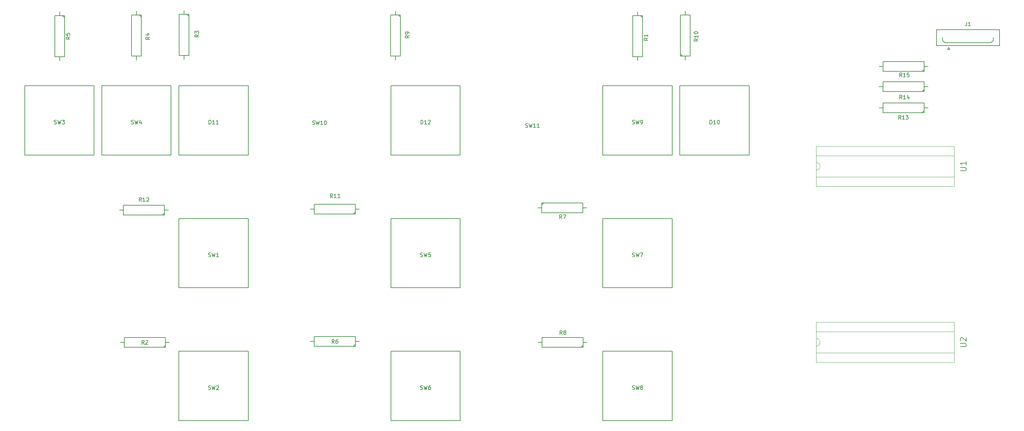
<source format=gbr>
G04 #@! TF.FileFunction,Legend,Top*
%FSLAX46Y46*%
G04 Gerber Fmt 4.6, Leading zero omitted, Abs format (unit mm)*
G04 Created by KiCad (PCBNEW 4.0.7) date 07/23/18 15:59:09*
%MOMM*%
%LPD*%
G01*
G04 APERTURE LIST*
%ADD10C,0.100000*%
%ADD11C,0.150000*%
%ADD12C,0.120000*%
%ADD13C,0.152400*%
G04 APERTURE END LIST*
D10*
D11*
X119300000Y-49800000D02*
X137300000Y-49800000D01*
X137300000Y-49800000D02*
X137300000Y-67800000D01*
X137300000Y-67800000D02*
X119300000Y-67800000D01*
X119300000Y-67800000D02*
X119300000Y-49800000D01*
X194300000Y-49800000D02*
X212300000Y-49800000D01*
X212300000Y-49800000D02*
X212300000Y-67800000D01*
X212300000Y-67800000D02*
X194300000Y-67800000D01*
X194300000Y-67800000D02*
X194300000Y-49800000D01*
X64300000Y-49800000D02*
X82300000Y-49800000D01*
X82300000Y-49800000D02*
X82300000Y-67800000D01*
X82300000Y-67800000D02*
X64300000Y-67800000D01*
X64300000Y-67800000D02*
X64300000Y-49800000D01*
X260900000Y-35200000D02*
X260900000Y-39400000D01*
X260900000Y-39400000D02*
X277200000Y-39400000D01*
X277200000Y-39400000D02*
X277200000Y-35200000D01*
X277200000Y-35200000D02*
X260900000Y-35200000D01*
X275650000Y-37300000D02*
X275650000Y-38050000D01*
X275650000Y-38050000D02*
X275050000Y-38650000D01*
X275050000Y-38650000D02*
X269050000Y-38650000D01*
X262450000Y-37300000D02*
X262450000Y-38050000D01*
X262450000Y-38050000D02*
X263050000Y-38650000D01*
X263050000Y-38650000D02*
X269050000Y-38650000D01*
X264050000Y-39800000D02*
X263750000Y-40400000D01*
X263750000Y-40400000D02*
X264350000Y-40400000D01*
X264350000Y-40400000D02*
X264050000Y-39800000D01*
X183350000Y-30550000D02*
X183350000Y-31566000D01*
X183350000Y-43250000D02*
X183350000Y-42234000D01*
X184620000Y-42234000D02*
X182080000Y-42234000D01*
X182080000Y-42234000D02*
X182080000Y-31566000D01*
X182080000Y-31566000D02*
X184620000Y-31566000D01*
X184620000Y-31566000D02*
X184620000Y-42234000D01*
X184112000Y-31566000D02*
X184620000Y-32074000D01*
X61800000Y-116550000D02*
X60784000Y-116550000D01*
X49100000Y-116550000D02*
X50116000Y-116550000D01*
X50116000Y-117820000D02*
X50116000Y-115280000D01*
X50116000Y-115280000D02*
X60784000Y-115280000D01*
X60784000Y-115280000D02*
X60784000Y-117820000D01*
X60784000Y-117820000D02*
X50116000Y-117820000D01*
X60784000Y-117312000D02*
X60276000Y-117820000D01*
X65650000Y-30250000D02*
X65650000Y-31266000D01*
X65650000Y-42950000D02*
X65650000Y-41934000D01*
X66920000Y-41934000D02*
X64380000Y-41934000D01*
X64380000Y-41934000D02*
X64380000Y-31266000D01*
X64380000Y-31266000D02*
X66920000Y-31266000D01*
X66920000Y-31266000D02*
X66920000Y-41934000D01*
X66412000Y-31266000D02*
X66920000Y-31774000D01*
X53300000Y-30450000D02*
X53300000Y-31466000D01*
X53300000Y-43150000D02*
X53300000Y-42134000D01*
X54570000Y-42134000D02*
X52030000Y-42134000D01*
X52030000Y-42134000D02*
X52030000Y-31466000D01*
X52030000Y-31466000D02*
X54570000Y-31466000D01*
X54570000Y-31466000D02*
X54570000Y-42134000D01*
X54062000Y-31466000D02*
X54570000Y-31974000D01*
X33350000Y-30550000D02*
X33350000Y-31566000D01*
X33350000Y-43250000D02*
X33350000Y-42234000D01*
X34620000Y-42234000D02*
X32080000Y-42234000D01*
X32080000Y-42234000D02*
X32080000Y-31566000D01*
X32080000Y-31566000D02*
X34620000Y-31566000D01*
X34620000Y-31566000D02*
X34620000Y-42234000D01*
X34112000Y-31566000D02*
X34620000Y-32074000D01*
X111150000Y-116300000D02*
X110134000Y-116300000D01*
X98450000Y-116300000D02*
X99466000Y-116300000D01*
X99466000Y-117570000D02*
X99466000Y-115030000D01*
X99466000Y-115030000D02*
X110134000Y-115030000D01*
X110134000Y-115030000D02*
X110134000Y-117570000D01*
X110134000Y-117570000D02*
X99466000Y-117570000D01*
X110134000Y-117062000D02*
X109626000Y-117570000D01*
X157450000Y-81550000D02*
X158466000Y-81550000D01*
X170150000Y-81550000D02*
X169134000Y-81550000D01*
X169134000Y-80280000D02*
X169134000Y-82820000D01*
X169134000Y-82820000D02*
X158466000Y-82820000D01*
X158466000Y-82820000D02*
X158466000Y-80280000D01*
X158466000Y-80280000D02*
X169134000Y-80280000D01*
X158466000Y-80788000D02*
X158974000Y-80280000D01*
X170250000Y-116550000D02*
X169234000Y-116550000D01*
X157550000Y-116550000D02*
X158566000Y-116550000D01*
X158566000Y-117820000D02*
X158566000Y-115280000D01*
X158566000Y-115280000D02*
X169234000Y-115280000D01*
X169234000Y-115280000D02*
X169234000Y-117820000D01*
X169234000Y-117820000D02*
X158566000Y-117820000D01*
X169234000Y-117312000D02*
X168726000Y-117820000D01*
X120550000Y-30450000D02*
X120550000Y-31466000D01*
X120550000Y-43150000D02*
X120550000Y-42134000D01*
X121820000Y-42134000D02*
X119280000Y-42134000D01*
X119280000Y-42134000D02*
X119280000Y-31466000D01*
X119280000Y-31466000D02*
X121820000Y-31466000D01*
X121820000Y-31466000D02*
X121820000Y-42134000D01*
X121312000Y-31466000D02*
X121820000Y-31974000D01*
X195680000Y-43150000D02*
X195680000Y-42134000D01*
X195680000Y-30450000D02*
X195680000Y-31466000D01*
X194410000Y-31466000D02*
X196950000Y-31466000D01*
X196950000Y-31466000D02*
X196950000Y-42134000D01*
X196950000Y-42134000D02*
X194410000Y-42134000D01*
X194410000Y-42134000D02*
X194410000Y-31466000D01*
X194918000Y-42134000D02*
X194410000Y-41626000D01*
X111100000Y-81900000D02*
X110084000Y-81900000D01*
X98400000Y-81900000D02*
X99416000Y-81900000D01*
X99416000Y-83170000D02*
X99416000Y-80630000D01*
X99416000Y-80630000D02*
X110084000Y-80630000D01*
X110084000Y-80630000D02*
X110084000Y-83170000D01*
X110084000Y-83170000D02*
X99416000Y-83170000D01*
X110084000Y-82662000D02*
X109576000Y-83170000D01*
X61600000Y-82100000D02*
X60584000Y-82100000D01*
X48900000Y-82100000D02*
X49916000Y-82100000D01*
X49916000Y-83370000D02*
X49916000Y-80830000D01*
X49916000Y-80830000D02*
X60584000Y-80830000D01*
X60584000Y-80830000D02*
X60584000Y-83370000D01*
X60584000Y-83370000D02*
X49916000Y-83370000D01*
X60584000Y-82862000D02*
X60076000Y-83370000D01*
X258650000Y-55550000D02*
X257634000Y-55550000D01*
X245950000Y-55550000D02*
X246966000Y-55550000D01*
X246966000Y-56820000D02*
X246966000Y-54280000D01*
X246966000Y-54280000D02*
X257634000Y-54280000D01*
X257634000Y-54280000D02*
X257634000Y-56820000D01*
X257634000Y-56820000D02*
X246966000Y-56820000D01*
X257634000Y-56312000D02*
X257126000Y-56820000D01*
X258650000Y-50050000D02*
X257634000Y-50050000D01*
X245950000Y-50050000D02*
X246966000Y-50050000D01*
X246966000Y-51320000D02*
X246966000Y-48780000D01*
X246966000Y-48780000D02*
X257634000Y-48780000D01*
X257634000Y-48780000D02*
X257634000Y-51320000D01*
X257634000Y-51320000D02*
X246966000Y-51320000D01*
X257634000Y-50812000D02*
X257126000Y-51320000D01*
X258650000Y-44800000D02*
X257634000Y-44800000D01*
X245950000Y-44800000D02*
X246966000Y-44800000D01*
X246966000Y-46070000D02*
X246966000Y-43530000D01*
X246966000Y-43530000D02*
X257634000Y-43530000D01*
X257634000Y-43530000D02*
X257634000Y-46070000D01*
X257634000Y-46070000D02*
X246966000Y-46070000D01*
X257634000Y-45562000D02*
X257126000Y-46070000D01*
X64300000Y-84300000D02*
X82300000Y-84300000D01*
X82300000Y-84300000D02*
X82300000Y-102300000D01*
X82300000Y-102300000D02*
X64300000Y-102300000D01*
X64300000Y-102300000D02*
X64300000Y-84300000D01*
X64300000Y-118800000D02*
X82300000Y-118800000D01*
X82300000Y-118800000D02*
X82300000Y-136800000D01*
X82300000Y-136800000D02*
X64300000Y-136800000D01*
X64300000Y-136800000D02*
X64300000Y-118800000D01*
X24300000Y-49800000D02*
X42300000Y-49800000D01*
X42300000Y-49800000D02*
X42300000Y-67800000D01*
X42300000Y-67800000D02*
X24300000Y-67800000D01*
X24300000Y-67800000D02*
X24300000Y-49800000D01*
X44300000Y-49800000D02*
X62300000Y-49800000D01*
X62300000Y-49800000D02*
X62300000Y-67800000D01*
X62300000Y-67800000D02*
X44300000Y-67800000D01*
X44300000Y-67800000D02*
X44300000Y-49800000D01*
X119300000Y-84300000D02*
X137300000Y-84300000D01*
X137300000Y-84300000D02*
X137300000Y-102300000D01*
X137300000Y-102300000D02*
X119300000Y-102300000D01*
X119300000Y-102300000D02*
X119300000Y-84300000D01*
X119300000Y-118800000D02*
X137300000Y-118800000D01*
X137300000Y-118800000D02*
X137300000Y-136800000D01*
X137300000Y-136800000D02*
X119300000Y-136800000D01*
X119300000Y-136800000D02*
X119300000Y-118800000D01*
X174300000Y-84300000D02*
X192300000Y-84300000D01*
X192300000Y-84300000D02*
X192300000Y-102300000D01*
X192300000Y-102300000D02*
X174300000Y-102300000D01*
X174300000Y-102300000D02*
X174300000Y-84300000D01*
X174300000Y-118800000D02*
X192300000Y-118800000D01*
X192300000Y-118800000D02*
X192300000Y-136800000D01*
X192300000Y-136800000D02*
X174300000Y-136800000D01*
X174300000Y-136800000D02*
X174300000Y-118800000D01*
X174300000Y-49800000D02*
X192300000Y-49800000D01*
X192300000Y-49800000D02*
X192300000Y-67800000D01*
X192300000Y-67800000D02*
X174300000Y-67800000D01*
X174300000Y-67800000D02*
X174300000Y-49800000D01*
D12*
X229660000Y-69740000D02*
G75*
G02X229660000Y-71740000I0J-1000000D01*
G01*
X229660000Y-71740000D02*
X229660000Y-73510000D01*
X229660000Y-73510000D02*
X265460000Y-73510000D01*
X265460000Y-73510000D02*
X265460000Y-67970000D01*
X265460000Y-67970000D02*
X229660000Y-67970000D01*
X229660000Y-67970000D02*
X229660000Y-69740000D01*
X229660000Y-75940000D02*
X265460000Y-75940000D01*
X265460000Y-75940000D02*
X265460000Y-65540000D01*
X265460000Y-65540000D02*
X229660000Y-65540000D01*
X229660000Y-65540000D02*
X229660000Y-75940000D01*
X229660000Y-115490000D02*
G75*
G02X229660000Y-117490000I0J-1000000D01*
G01*
X229660000Y-117490000D02*
X229660000Y-119260000D01*
X229660000Y-119260000D02*
X265460000Y-119260000D01*
X265460000Y-119260000D02*
X265460000Y-113720000D01*
X265460000Y-113720000D02*
X229660000Y-113720000D01*
X229660000Y-113720000D02*
X229660000Y-115490000D01*
X229660000Y-121690000D02*
X265460000Y-121690000D01*
X265460000Y-121690000D02*
X265460000Y-111290000D01*
X265460000Y-111290000D02*
X229660000Y-111290000D01*
X229660000Y-111290000D02*
X229660000Y-121690000D01*
D11*
X127085714Y-59752381D02*
X127085714Y-58752381D01*
X127323809Y-58752381D01*
X127466667Y-58800000D01*
X127561905Y-58895238D01*
X127609524Y-58990476D01*
X127657143Y-59180952D01*
X127657143Y-59323810D01*
X127609524Y-59514286D01*
X127561905Y-59609524D01*
X127466667Y-59704762D01*
X127323809Y-59752381D01*
X127085714Y-59752381D01*
X128609524Y-59752381D02*
X128038095Y-59752381D01*
X128323809Y-59752381D02*
X128323809Y-58752381D01*
X128228571Y-58895238D01*
X128133333Y-58990476D01*
X128038095Y-59038095D01*
X128990476Y-58847619D02*
X129038095Y-58800000D01*
X129133333Y-58752381D01*
X129371429Y-58752381D01*
X129466667Y-58800000D01*
X129514286Y-58847619D01*
X129561905Y-58942857D01*
X129561905Y-59038095D01*
X129514286Y-59180952D01*
X128942857Y-59752381D01*
X129561905Y-59752381D01*
X202085714Y-59752381D02*
X202085714Y-58752381D01*
X202323809Y-58752381D01*
X202466667Y-58800000D01*
X202561905Y-58895238D01*
X202609524Y-58990476D01*
X202657143Y-59180952D01*
X202657143Y-59323810D01*
X202609524Y-59514286D01*
X202561905Y-59609524D01*
X202466667Y-59704762D01*
X202323809Y-59752381D01*
X202085714Y-59752381D01*
X203609524Y-59752381D02*
X203038095Y-59752381D01*
X203323809Y-59752381D02*
X203323809Y-58752381D01*
X203228571Y-58895238D01*
X203133333Y-58990476D01*
X203038095Y-59038095D01*
X204228571Y-58752381D02*
X204323810Y-58752381D01*
X204419048Y-58800000D01*
X204466667Y-58847619D01*
X204514286Y-58942857D01*
X204561905Y-59133333D01*
X204561905Y-59371429D01*
X204514286Y-59561905D01*
X204466667Y-59657143D01*
X204419048Y-59704762D01*
X204323810Y-59752381D01*
X204228571Y-59752381D01*
X204133333Y-59704762D01*
X204085714Y-59657143D01*
X204038095Y-59561905D01*
X203990476Y-59371429D01*
X203990476Y-59133333D01*
X204038095Y-58942857D01*
X204085714Y-58847619D01*
X204133333Y-58800000D01*
X204228571Y-58752381D01*
X72085714Y-59752381D02*
X72085714Y-58752381D01*
X72323809Y-58752381D01*
X72466667Y-58800000D01*
X72561905Y-58895238D01*
X72609524Y-58990476D01*
X72657143Y-59180952D01*
X72657143Y-59323810D01*
X72609524Y-59514286D01*
X72561905Y-59609524D01*
X72466667Y-59704762D01*
X72323809Y-59752381D01*
X72085714Y-59752381D01*
X73609524Y-59752381D02*
X73038095Y-59752381D01*
X73323809Y-59752381D02*
X73323809Y-58752381D01*
X73228571Y-58895238D01*
X73133333Y-58990476D01*
X73038095Y-59038095D01*
X74561905Y-59752381D02*
X73990476Y-59752381D01*
X74276190Y-59752381D02*
X74276190Y-58752381D01*
X74180952Y-58895238D01*
X74085714Y-58990476D01*
X73990476Y-59038095D01*
X268716667Y-33252381D02*
X268716667Y-33966667D01*
X268669047Y-34109524D01*
X268573809Y-34204762D01*
X268430952Y-34252381D01*
X268335714Y-34252381D01*
X269716667Y-34252381D02*
X269145238Y-34252381D01*
X269430952Y-34252381D02*
X269430952Y-33252381D01*
X269335714Y-33395238D01*
X269240476Y-33490476D01*
X269145238Y-33538095D01*
X186002381Y-37416666D02*
X185526190Y-37750000D01*
X186002381Y-37988095D02*
X185002381Y-37988095D01*
X185002381Y-37607142D01*
X185050000Y-37511904D01*
X185097619Y-37464285D01*
X185192857Y-37416666D01*
X185335714Y-37416666D01*
X185430952Y-37464285D01*
X185478571Y-37511904D01*
X185526190Y-37607142D01*
X185526190Y-37988095D01*
X186002381Y-36464285D02*
X186002381Y-37035714D01*
X186002381Y-36750000D02*
X185002381Y-36750000D01*
X185145238Y-36845238D01*
X185240476Y-36940476D01*
X185288095Y-37035714D01*
X55283334Y-117002381D02*
X54950000Y-116526190D01*
X54711905Y-117002381D02*
X54711905Y-116002381D01*
X55092858Y-116002381D01*
X55188096Y-116050000D01*
X55235715Y-116097619D01*
X55283334Y-116192857D01*
X55283334Y-116335714D01*
X55235715Y-116430952D01*
X55188096Y-116478571D01*
X55092858Y-116526190D01*
X54711905Y-116526190D01*
X55664286Y-116097619D02*
X55711905Y-116050000D01*
X55807143Y-116002381D01*
X56045239Y-116002381D01*
X56140477Y-116050000D01*
X56188096Y-116097619D01*
X56235715Y-116192857D01*
X56235715Y-116288095D01*
X56188096Y-116430952D01*
X55616667Y-117002381D01*
X56235715Y-117002381D01*
X69452381Y-36566666D02*
X68976190Y-36900000D01*
X69452381Y-37138095D02*
X68452381Y-37138095D01*
X68452381Y-36757142D01*
X68500000Y-36661904D01*
X68547619Y-36614285D01*
X68642857Y-36566666D01*
X68785714Y-36566666D01*
X68880952Y-36614285D01*
X68928571Y-36661904D01*
X68976190Y-36757142D01*
X68976190Y-37138095D01*
X68452381Y-36233333D02*
X68452381Y-35614285D01*
X68833333Y-35947619D01*
X68833333Y-35804761D01*
X68880952Y-35709523D01*
X68928571Y-35661904D01*
X69023810Y-35614285D01*
X69261905Y-35614285D01*
X69357143Y-35661904D01*
X69404762Y-35709523D01*
X69452381Y-35804761D01*
X69452381Y-36090476D01*
X69404762Y-36185714D01*
X69357143Y-36233333D01*
X56702381Y-37166666D02*
X56226190Y-37500000D01*
X56702381Y-37738095D02*
X55702381Y-37738095D01*
X55702381Y-37357142D01*
X55750000Y-37261904D01*
X55797619Y-37214285D01*
X55892857Y-37166666D01*
X56035714Y-37166666D01*
X56130952Y-37214285D01*
X56178571Y-37261904D01*
X56226190Y-37357142D01*
X56226190Y-37738095D01*
X56035714Y-36309523D02*
X56702381Y-36309523D01*
X55654762Y-36547619D02*
X56369048Y-36785714D01*
X56369048Y-36166666D01*
X36052381Y-37116666D02*
X35576190Y-37450000D01*
X36052381Y-37688095D02*
X35052381Y-37688095D01*
X35052381Y-37307142D01*
X35100000Y-37211904D01*
X35147619Y-37164285D01*
X35242857Y-37116666D01*
X35385714Y-37116666D01*
X35480952Y-37164285D01*
X35528571Y-37211904D01*
X35576190Y-37307142D01*
X35576190Y-37688095D01*
X35052381Y-36211904D02*
X35052381Y-36688095D01*
X35528571Y-36735714D01*
X35480952Y-36688095D01*
X35433333Y-36592857D01*
X35433333Y-36354761D01*
X35480952Y-36259523D01*
X35528571Y-36211904D01*
X35623810Y-36164285D01*
X35861905Y-36164285D01*
X35957143Y-36211904D01*
X36004762Y-36259523D01*
X36052381Y-36354761D01*
X36052381Y-36592857D01*
X36004762Y-36688095D01*
X35957143Y-36735714D01*
X104633334Y-116752381D02*
X104300000Y-116276190D01*
X104061905Y-116752381D02*
X104061905Y-115752381D01*
X104442858Y-115752381D01*
X104538096Y-115800000D01*
X104585715Y-115847619D01*
X104633334Y-115942857D01*
X104633334Y-116085714D01*
X104585715Y-116180952D01*
X104538096Y-116228571D01*
X104442858Y-116276190D01*
X104061905Y-116276190D01*
X105490477Y-115752381D02*
X105300000Y-115752381D01*
X105204762Y-115800000D01*
X105157143Y-115847619D01*
X105061905Y-115990476D01*
X105014286Y-116180952D01*
X105014286Y-116561905D01*
X105061905Y-116657143D01*
X105109524Y-116704762D01*
X105204762Y-116752381D01*
X105395239Y-116752381D01*
X105490477Y-116704762D01*
X105538096Y-116657143D01*
X105585715Y-116561905D01*
X105585715Y-116323810D01*
X105538096Y-116228571D01*
X105490477Y-116180952D01*
X105395239Y-116133333D01*
X105204762Y-116133333D01*
X105109524Y-116180952D01*
X105061905Y-116228571D01*
X105014286Y-116323810D01*
X163683334Y-84352381D02*
X163350000Y-83876190D01*
X163111905Y-84352381D02*
X163111905Y-83352381D01*
X163492858Y-83352381D01*
X163588096Y-83400000D01*
X163635715Y-83447619D01*
X163683334Y-83542857D01*
X163683334Y-83685714D01*
X163635715Y-83780952D01*
X163588096Y-83828571D01*
X163492858Y-83876190D01*
X163111905Y-83876190D01*
X164016667Y-83352381D02*
X164683334Y-83352381D01*
X164254762Y-84352381D01*
X163783334Y-114452381D02*
X163450000Y-113976190D01*
X163211905Y-114452381D02*
X163211905Y-113452381D01*
X163592858Y-113452381D01*
X163688096Y-113500000D01*
X163735715Y-113547619D01*
X163783334Y-113642857D01*
X163783334Y-113785714D01*
X163735715Y-113880952D01*
X163688096Y-113928571D01*
X163592858Y-113976190D01*
X163211905Y-113976190D01*
X164354762Y-113880952D02*
X164259524Y-113833333D01*
X164211905Y-113785714D01*
X164164286Y-113690476D01*
X164164286Y-113642857D01*
X164211905Y-113547619D01*
X164259524Y-113500000D01*
X164354762Y-113452381D01*
X164545239Y-113452381D01*
X164640477Y-113500000D01*
X164688096Y-113547619D01*
X164735715Y-113642857D01*
X164735715Y-113690476D01*
X164688096Y-113785714D01*
X164640477Y-113833333D01*
X164545239Y-113880952D01*
X164354762Y-113880952D01*
X164259524Y-113928571D01*
X164211905Y-113976190D01*
X164164286Y-114071429D01*
X164164286Y-114261905D01*
X164211905Y-114357143D01*
X164259524Y-114404762D01*
X164354762Y-114452381D01*
X164545239Y-114452381D01*
X164640477Y-114404762D01*
X164688096Y-114357143D01*
X164735715Y-114261905D01*
X164735715Y-114071429D01*
X164688096Y-113976190D01*
X164640477Y-113928571D01*
X164545239Y-113880952D01*
X124052381Y-36766666D02*
X123576190Y-37100000D01*
X124052381Y-37338095D02*
X123052381Y-37338095D01*
X123052381Y-36957142D01*
X123100000Y-36861904D01*
X123147619Y-36814285D01*
X123242857Y-36766666D01*
X123385714Y-36766666D01*
X123480952Y-36814285D01*
X123528571Y-36861904D01*
X123576190Y-36957142D01*
X123576190Y-37338095D01*
X124052381Y-36290476D02*
X124052381Y-36100000D01*
X124004762Y-36004761D01*
X123957143Y-35957142D01*
X123814286Y-35861904D01*
X123623810Y-35814285D01*
X123242857Y-35814285D01*
X123147619Y-35861904D01*
X123100000Y-35909523D01*
X123052381Y-36004761D01*
X123052381Y-36195238D01*
X123100000Y-36290476D01*
X123147619Y-36338095D01*
X123242857Y-36385714D01*
X123480952Y-36385714D01*
X123576190Y-36338095D01*
X123623810Y-36290476D01*
X123671429Y-36195238D01*
X123671429Y-36004761D01*
X123623810Y-35909523D01*
X123576190Y-35861904D01*
X123480952Y-35814285D01*
X199002381Y-37642857D02*
X198526190Y-37976191D01*
X199002381Y-38214286D02*
X198002381Y-38214286D01*
X198002381Y-37833333D01*
X198050000Y-37738095D01*
X198097619Y-37690476D01*
X198192857Y-37642857D01*
X198335714Y-37642857D01*
X198430952Y-37690476D01*
X198478571Y-37738095D01*
X198526190Y-37833333D01*
X198526190Y-38214286D01*
X199002381Y-36690476D02*
X199002381Y-37261905D01*
X199002381Y-36976191D02*
X198002381Y-36976191D01*
X198145238Y-37071429D01*
X198240476Y-37166667D01*
X198288095Y-37261905D01*
X198002381Y-36071429D02*
X198002381Y-35976190D01*
X198050000Y-35880952D01*
X198097619Y-35833333D01*
X198192857Y-35785714D01*
X198383333Y-35738095D01*
X198621429Y-35738095D01*
X198811905Y-35785714D01*
X198907143Y-35833333D01*
X198954762Y-35880952D01*
X199002381Y-35976190D01*
X199002381Y-36071429D01*
X198954762Y-36166667D01*
X198907143Y-36214286D01*
X198811905Y-36261905D01*
X198621429Y-36309524D01*
X198383333Y-36309524D01*
X198192857Y-36261905D01*
X198097619Y-36214286D01*
X198050000Y-36166667D01*
X198002381Y-36071429D01*
X104207143Y-78882381D02*
X103873809Y-78406190D01*
X103635714Y-78882381D02*
X103635714Y-77882381D01*
X104016667Y-77882381D01*
X104111905Y-77930000D01*
X104159524Y-77977619D01*
X104207143Y-78072857D01*
X104207143Y-78215714D01*
X104159524Y-78310952D01*
X104111905Y-78358571D01*
X104016667Y-78406190D01*
X103635714Y-78406190D01*
X105159524Y-78882381D02*
X104588095Y-78882381D01*
X104873809Y-78882381D02*
X104873809Y-77882381D01*
X104778571Y-78025238D01*
X104683333Y-78120476D01*
X104588095Y-78168095D01*
X106111905Y-78882381D02*
X105540476Y-78882381D01*
X105826190Y-78882381D02*
X105826190Y-77882381D01*
X105730952Y-78025238D01*
X105635714Y-78120476D01*
X105540476Y-78168095D01*
X54607143Y-79882381D02*
X54273809Y-79406190D01*
X54035714Y-79882381D02*
X54035714Y-78882381D01*
X54416667Y-78882381D01*
X54511905Y-78930000D01*
X54559524Y-78977619D01*
X54607143Y-79072857D01*
X54607143Y-79215714D01*
X54559524Y-79310952D01*
X54511905Y-79358571D01*
X54416667Y-79406190D01*
X54035714Y-79406190D01*
X55559524Y-79882381D02*
X54988095Y-79882381D01*
X55273809Y-79882381D02*
X55273809Y-78882381D01*
X55178571Y-79025238D01*
X55083333Y-79120476D01*
X54988095Y-79168095D01*
X55940476Y-78977619D02*
X55988095Y-78930000D01*
X56083333Y-78882381D01*
X56321429Y-78882381D01*
X56416667Y-78930000D01*
X56464286Y-78977619D01*
X56511905Y-79072857D01*
X56511905Y-79168095D01*
X56464286Y-79310952D01*
X55892857Y-79882381D01*
X56511905Y-79882381D01*
X251657143Y-58502381D02*
X251323809Y-58026190D01*
X251085714Y-58502381D02*
X251085714Y-57502381D01*
X251466667Y-57502381D01*
X251561905Y-57550000D01*
X251609524Y-57597619D01*
X251657143Y-57692857D01*
X251657143Y-57835714D01*
X251609524Y-57930952D01*
X251561905Y-57978571D01*
X251466667Y-58026190D01*
X251085714Y-58026190D01*
X252609524Y-58502381D02*
X252038095Y-58502381D01*
X252323809Y-58502381D02*
X252323809Y-57502381D01*
X252228571Y-57645238D01*
X252133333Y-57740476D01*
X252038095Y-57788095D01*
X252942857Y-57502381D02*
X253561905Y-57502381D01*
X253228571Y-57883333D01*
X253371429Y-57883333D01*
X253466667Y-57930952D01*
X253514286Y-57978571D01*
X253561905Y-58073810D01*
X253561905Y-58311905D01*
X253514286Y-58407143D01*
X253466667Y-58454762D01*
X253371429Y-58502381D01*
X253085714Y-58502381D01*
X252990476Y-58454762D01*
X252942857Y-58407143D01*
X251907143Y-53252381D02*
X251573809Y-52776190D01*
X251335714Y-53252381D02*
X251335714Y-52252381D01*
X251716667Y-52252381D01*
X251811905Y-52300000D01*
X251859524Y-52347619D01*
X251907143Y-52442857D01*
X251907143Y-52585714D01*
X251859524Y-52680952D01*
X251811905Y-52728571D01*
X251716667Y-52776190D01*
X251335714Y-52776190D01*
X252859524Y-53252381D02*
X252288095Y-53252381D01*
X252573809Y-53252381D02*
X252573809Y-52252381D01*
X252478571Y-52395238D01*
X252383333Y-52490476D01*
X252288095Y-52538095D01*
X253716667Y-52585714D02*
X253716667Y-53252381D01*
X253478571Y-52204762D02*
X253240476Y-52919048D01*
X253859524Y-52919048D01*
X251907143Y-47502381D02*
X251573809Y-47026190D01*
X251335714Y-47502381D02*
X251335714Y-46502381D01*
X251716667Y-46502381D01*
X251811905Y-46550000D01*
X251859524Y-46597619D01*
X251907143Y-46692857D01*
X251907143Y-46835714D01*
X251859524Y-46930952D01*
X251811905Y-46978571D01*
X251716667Y-47026190D01*
X251335714Y-47026190D01*
X252859524Y-47502381D02*
X252288095Y-47502381D01*
X252573809Y-47502381D02*
X252573809Y-46502381D01*
X252478571Y-46645238D01*
X252383333Y-46740476D01*
X252288095Y-46788095D01*
X253764286Y-46502381D02*
X253288095Y-46502381D01*
X253240476Y-46978571D01*
X253288095Y-46930952D01*
X253383333Y-46883333D01*
X253621429Y-46883333D01*
X253716667Y-46930952D01*
X253764286Y-46978571D01*
X253811905Y-47073810D01*
X253811905Y-47311905D01*
X253764286Y-47407143D01*
X253716667Y-47454762D01*
X253621429Y-47502381D01*
X253383333Y-47502381D01*
X253288095Y-47454762D01*
X253240476Y-47407143D01*
X71966667Y-94204762D02*
X72109524Y-94252381D01*
X72347620Y-94252381D01*
X72442858Y-94204762D01*
X72490477Y-94157143D01*
X72538096Y-94061905D01*
X72538096Y-93966667D01*
X72490477Y-93871429D01*
X72442858Y-93823810D01*
X72347620Y-93776190D01*
X72157143Y-93728571D01*
X72061905Y-93680952D01*
X72014286Y-93633333D01*
X71966667Y-93538095D01*
X71966667Y-93442857D01*
X72014286Y-93347619D01*
X72061905Y-93300000D01*
X72157143Y-93252381D01*
X72395239Y-93252381D01*
X72538096Y-93300000D01*
X72871429Y-93252381D02*
X73109524Y-94252381D01*
X73300001Y-93538095D01*
X73490477Y-94252381D01*
X73728572Y-93252381D01*
X74633334Y-94252381D02*
X74061905Y-94252381D01*
X74347619Y-94252381D02*
X74347619Y-93252381D01*
X74252381Y-93395238D01*
X74157143Y-93490476D01*
X74061905Y-93538095D01*
X71966667Y-128704762D02*
X72109524Y-128752381D01*
X72347620Y-128752381D01*
X72442858Y-128704762D01*
X72490477Y-128657143D01*
X72538096Y-128561905D01*
X72538096Y-128466667D01*
X72490477Y-128371429D01*
X72442858Y-128323810D01*
X72347620Y-128276190D01*
X72157143Y-128228571D01*
X72061905Y-128180952D01*
X72014286Y-128133333D01*
X71966667Y-128038095D01*
X71966667Y-127942857D01*
X72014286Y-127847619D01*
X72061905Y-127800000D01*
X72157143Y-127752381D01*
X72395239Y-127752381D01*
X72538096Y-127800000D01*
X72871429Y-127752381D02*
X73109524Y-128752381D01*
X73300001Y-128038095D01*
X73490477Y-128752381D01*
X73728572Y-127752381D01*
X74061905Y-127847619D02*
X74109524Y-127800000D01*
X74204762Y-127752381D01*
X74442858Y-127752381D01*
X74538096Y-127800000D01*
X74585715Y-127847619D01*
X74633334Y-127942857D01*
X74633334Y-128038095D01*
X74585715Y-128180952D01*
X74014286Y-128752381D01*
X74633334Y-128752381D01*
X31966667Y-59704762D02*
X32109524Y-59752381D01*
X32347620Y-59752381D01*
X32442858Y-59704762D01*
X32490477Y-59657143D01*
X32538096Y-59561905D01*
X32538096Y-59466667D01*
X32490477Y-59371429D01*
X32442858Y-59323810D01*
X32347620Y-59276190D01*
X32157143Y-59228571D01*
X32061905Y-59180952D01*
X32014286Y-59133333D01*
X31966667Y-59038095D01*
X31966667Y-58942857D01*
X32014286Y-58847619D01*
X32061905Y-58800000D01*
X32157143Y-58752381D01*
X32395239Y-58752381D01*
X32538096Y-58800000D01*
X32871429Y-58752381D02*
X33109524Y-59752381D01*
X33300001Y-59038095D01*
X33490477Y-59752381D01*
X33728572Y-58752381D01*
X34014286Y-58752381D02*
X34633334Y-58752381D01*
X34300000Y-59133333D01*
X34442858Y-59133333D01*
X34538096Y-59180952D01*
X34585715Y-59228571D01*
X34633334Y-59323810D01*
X34633334Y-59561905D01*
X34585715Y-59657143D01*
X34538096Y-59704762D01*
X34442858Y-59752381D01*
X34157143Y-59752381D01*
X34061905Y-59704762D01*
X34014286Y-59657143D01*
X51966667Y-59704762D02*
X52109524Y-59752381D01*
X52347620Y-59752381D01*
X52442858Y-59704762D01*
X52490477Y-59657143D01*
X52538096Y-59561905D01*
X52538096Y-59466667D01*
X52490477Y-59371429D01*
X52442858Y-59323810D01*
X52347620Y-59276190D01*
X52157143Y-59228571D01*
X52061905Y-59180952D01*
X52014286Y-59133333D01*
X51966667Y-59038095D01*
X51966667Y-58942857D01*
X52014286Y-58847619D01*
X52061905Y-58800000D01*
X52157143Y-58752381D01*
X52395239Y-58752381D01*
X52538096Y-58800000D01*
X52871429Y-58752381D02*
X53109524Y-59752381D01*
X53300001Y-59038095D01*
X53490477Y-59752381D01*
X53728572Y-58752381D01*
X54538096Y-59085714D02*
X54538096Y-59752381D01*
X54300000Y-58704762D02*
X54061905Y-59419048D01*
X54680953Y-59419048D01*
X126966667Y-94204762D02*
X127109524Y-94252381D01*
X127347620Y-94252381D01*
X127442858Y-94204762D01*
X127490477Y-94157143D01*
X127538096Y-94061905D01*
X127538096Y-93966667D01*
X127490477Y-93871429D01*
X127442858Y-93823810D01*
X127347620Y-93776190D01*
X127157143Y-93728571D01*
X127061905Y-93680952D01*
X127014286Y-93633333D01*
X126966667Y-93538095D01*
X126966667Y-93442857D01*
X127014286Y-93347619D01*
X127061905Y-93300000D01*
X127157143Y-93252381D01*
X127395239Y-93252381D01*
X127538096Y-93300000D01*
X127871429Y-93252381D02*
X128109524Y-94252381D01*
X128300001Y-93538095D01*
X128490477Y-94252381D01*
X128728572Y-93252381D01*
X129585715Y-93252381D02*
X129109524Y-93252381D01*
X129061905Y-93728571D01*
X129109524Y-93680952D01*
X129204762Y-93633333D01*
X129442858Y-93633333D01*
X129538096Y-93680952D01*
X129585715Y-93728571D01*
X129633334Y-93823810D01*
X129633334Y-94061905D01*
X129585715Y-94157143D01*
X129538096Y-94204762D01*
X129442858Y-94252381D01*
X129204762Y-94252381D01*
X129109524Y-94204762D01*
X129061905Y-94157143D01*
X126966667Y-128704762D02*
X127109524Y-128752381D01*
X127347620Y-128752381D01*
X127442858Y-128704762D01*
X127490477Y-128657143D01*
X127538096Y-128561905D01*
X127538096Y-128466667D01*
X127490477Y-128371429D01*
X127442858Y-128323810D01*
X127347620Y-128276190D01*
X127157143Y-128228571D01*
X127061905Y-128180952D01*
X127014286Y-128133333D01*
X126966667Y-128038095D01*
X126966667Y-127942857D01*
X127014286Y-127847619D01*
X127061905Y-127800000D01*
X127157143Y-127752381D01*
X127395239Y-127752381D01*
X127538096Y-127800000D01*
X127871429Y-127752381D02*
X128109524Y-128752381D01*
X128300001Y-128038095D01*
X128490477Y-128752381D01*
X128728572Y-127752381D01*
X129538096Y-127752381D02*
X129347619Y-127752381D01*
X129252381Y-127800000D01*
X129204762Y-127847619D01*
X129109524Y-127990476D01*
X129061905Y-128180952D01*
X129061905Y-128561905D01*
X129109524Y-128657143D01*
X129157143Y-128704762D01*
X129252381Y-128752381D01*
X129442858Y-128752381D01*
X129538096Y-128704762D01*
X129585715Y-128657143D01*
X129633334Y-128561905D01*
X129633334Y-128323810D01*
X129585715Y-128228571D01*
X129538096Y-128180952D01*
X129442858Y-128133333D01*
X129252381Y-128133333D01*
X129157143Y-128180952D01*
X129109524Y-128228571D01*
X129061905Y-128323810D01*
X181966667Y-94204762D02*
X182109524Y-94252381D01*
X182347620Y-94252381D01*
X182442858Y-94204762D01*
X182490477Y-94157143D01*
X182538096Y-94061905D01*
X182538096Y-93966667D01*
X182490477Y-93871429D01*
X182442858Y-93823810D01*
X182347620Y-93776190D01*
X182157143Y-93728571D01*
X182061905Y-93680952D01*
X182014286Y-93633333D01*
X181966667Y-93538095D01*
X181966667Y-93442857D01*
X182014286Y-93347619D01*
X182061905Y-93300000D01*
X182157143Y-93252381D01*
X182395239Y-93252381D01*
X182538096Y-93300000D01*
X182871429Y-93252381D02*
X183109524Y-94252381D01*
X183300001Y-93538095D01*
X183490477Y-94252381D01*
X183728572Y-93252381D01*
X184014286Y-93252381D02*
X184680953Y-93252381D01*
X184252381Y-94252381D01*
X181966667Y-128704762D02*
X182109524Y-128752381D01*
X182347620Y-128752381D01*
X182442858Y-128704762D01*
X182490477Y-128657143D01*
X182538096Y-128561905D01*
X182538096Y-128466667D01*
X182490477Y-128371429D01*
X182442858Y-128323810D01*
X182347620Y-128276190D01*
X182157143Y-128228571D01*
X182061905Y-128180952D01*
X182014286Y-128133333D01*
X181966667Y-128038095D01*
X181966667Y-127942857D01*
X182014286Y-127847619D01*
X182061905Y-127800000D01*
X182157143Y-127752381D01*
X182395239Y-127752381D01*
X182538096Y-127800000D01*
X182871429Y-127752381D02*
X183109524Y-128752381D01*
X183300001Y-128038095D01*
X183490477Y-128752381D01*
X183728572Y-127752381D01*
X184252381Y-128180952D02*
X184157143Y-128133333D01*
X184109524Y-128085714D01*
X184061905Y-127990476D01*
X184061905Y-127942857D01*
X184109524Y-127847619D01*
X184157143Y-127800000D01*
X184252381Y-127752381D01*
X184442858Y-127752381D01*
X184538096Y-127800000D01*
X184585715Y-127847619D01*
X184633334Y-127942857D01*
X184633334Y-127990476D01*
X184585715Y-128085714D01*
X184538096Y-128133333D01*
X184442858Y-128180952D01*
X184252381Y-128180952D01*
X184157143Y-128228571D01*
X184109524Y-128276190D01*
X184061905Y-128371429D01*
X184061905Y-128561905D01*
X184109524Y-128657143D01*
X184157143Y-128704762D01*
X184252381Y-128752381D01*
X184442858Y-128752381D01*
X184538096Y-128704762D01*
X184585715Y-128657143D01*
X184633334Y-128561905D01*
X184633334Y-128371429D01*
X184585715Y-128276190D01*
X184538096Y-128228571D01*
X184442858Y-128180952D01*
X181966667Y-59704762D02*
X182109524Y-59752381D01*
X182347620Y-59752381D01*
X182442858Y-59704762D01*
X182490477Y-59657143D01*
X182538096Y-59561905D01*
X182538096Y-59466667D01*
X182490477Y-59371429D01*
X182442858Y-59323810D01*
X182347620Y-59276190D01*
X182157143Y-59228571D01*
X182061905Y-59180952D01*
X182014286Y-59133333D01*
X181966667Y-59038095D01*
X181966667Y-58942857D01*
X182014286Y-58847619D01*
X182061905Y-58800000D01*
X182157143Y-58752381D01*
X182395239Y-58752381D01*
X182538096Y-58800000D01*
X182871429Y-58752381D02*
X183109524Y-59752381D01*
X183300001Y-59038095D01*
X183490477Y-59752381D01*
X183728572Y-58752381D01*
X184157143Y-59752381D02*
X184347619Y-59752381D01*
X184442858Y-59704762D01*
X184490477Y-59657143D01*
X184585715Y-59514286D01*
X184633334Y-59323810D01*
X184633334Y-58942857D01*
X184585715Y-58847619D01*
X184538096Y-58800000D01*
X184442858Y-58752381D01*
X184252381Y-58752381D01*
X184157143Y-58800000D01*
X184109524Y-58847619D01*
X184061905Y-58942857D01*
X184061905Y-59180952D01*
X184109524Y-59276190D01*
X184157143Y-59323810D01*
X184252381Y-59371429D01*
X184442858Y-59371429D01*
X184538096Y-59323810D01*
X184585715Y-59276190D01*
X184633334Y-59180952D01*
D13*
X267045429Y-71901143D02*
X268279143Y-71901143D01*
X268424286Y-71828571D01*
X268496857Y-71756000D01*
X268569429Y-71610857D01*
X268569429Y-71320571D01*
X268496857Y-71175429D01*
X268424286Y-71102857D01*
X268279143Y-71030286D01*
X267045429Y-71030286D01*
X268569429Y-69506286D02*
X268569429Y-70377143D01*
X268569429Y-69941715D02*
X267045429Y-69941715D01*
X267263143Y-70086858D01*
X267408286Y-70232000D01*
X267480857Y-70377143D01*
X267045429Y-117651143D02*
X268279143Y-117651143D01*
X268424286Y-117578571D01*
X268496857Y-117506000D01*
X268569429Y-117360857D01*
X268569429Y-117070571D01*
X268496857Y-116925429D01*
X268424286Y-116852857D01*
X268279143Y-116780286D01*
X267045429Y-116780286D01*
X267190571Y-116127143D02*
X267118000Y-116054572D01*
X267045429Y-115909429D01*
X267045429Y-115546572D01*
X267118000Y-115401429D01*
X267190571Y-115328858D01*
X267335714Y-115256286D01*
X267480857Y-115256286D01*
X267698571Y-115328858D01*
X268569429Y-116199715D01*
X268569429Y-115256286D01*
D11*
X98990476Y-59854762D02*
X99133333Y-59902381D01*
X99371429Y-59902381D01*
X99466667Y-59854762D01*
X99514286Y-59807143D01*
X99561905Y-59711905D01*
X99561905Y-59616667D01*
X99514286Y-59521429D01*
X99466667Y-59473810D01*
X99371429Y-59426190D01*
X99180952Y-59378571D01*
X99085714Y-59330952D01*
X99038095Y-59283333D01*
X98990476Y-59188095D01*
X98990476Y-59092857D01*
X99038095Y-58997619D01*
X99085714Y-58950000D01*
X99180952Y-58902381D01*
X99419048Y-58902381D01*
X99561905Y-58950000D01*
X99895238Y-58902381D02*
X100133333Y-59902381D01*
X100323810Y-59188095D01*
X100514286Y-59902381D01*
X100752381Y-58902381D01*
X101657143Y-59902381D02*
X101085714Y-59902381D01*
X101371428Y-59902381D02*
X101371428Y-58902381D01*
X101276190Y-59045238D01*
X101180952Y-59140476D01*
X101085714Y-59188095D01*
X102276190Y-58902381D02*
X102371429Y-58902381D01*
X102466667Y-58950000D01*
X102514286Y-58997619D01*
X102561905Y-59092857D01*
X102609524Y-59283333D01*
X102609524Y-59521429D01*
X102561905Y-59711905D01*
X102514286Y-59807143D01*
X102466667Y-59854762D01*
X102371429Y-59902381D01*
X102276190Y-59902381D01*
X102180952Y-59854762D01*
X102133333Y-59807143D01*
X102085714Y-59711905D01*
X102038095Y-59521429D01*
X102038095Y-59283333D01*
X102085714Y-59092857D01*
X102133333Y-58997619D01*
X102180952Y-58950000D01*
X102276190Y-58902381D01*
X154240476Y-60604762D02*
X154383333Y-60652381D01*
X154621429Y-60652381D01*
X154716667Y-60604762D01*
X154764286Y-60557143D01*
X154811905Y-60461905D01*
X154811905Y-60366667D01*
X154764286Y-60271429D01*
X154716667Y-60223810D01*
X154621429Y-60176190D01*
X154430952Y-60128571D01*
X154335714Y-60080952D01*
X154288095Y-60033333D01*
X154240476Y-59938095D01*
X154240476Y-59842857D01*
X154288095Y-59747619D01*
X154335714Y-59700000D01*
X154430952Y-59652381D01*
X154669048Y-59652381D01*
X154811905Y-59700000D01*
X155145238Y-59652381D02*
X155383333Y-60652381D01*
X155573810Y-59938095D01*
X155764286Y-60652381D01*
X156002381Y-59652381D01*
X156907143Y-60652381D02*
X156335714Y-60652381D01*
X156621428Y-60652381D02*
X156621428Y-59652381D01*
X156526190Y-59795238D01*
X156430952Y-59890476D01*
X156335714Y-59938095D01*
X157859524Y-60652381D02*
X157288095Y-60652381D01*
X157573809Y-60652381D02*
X157573809Y-59652381D01*
X157478571Y-59795238D01*
X157383333Y-59890476D01*
X157288095Y-59938095D01*
M02*

</source>
